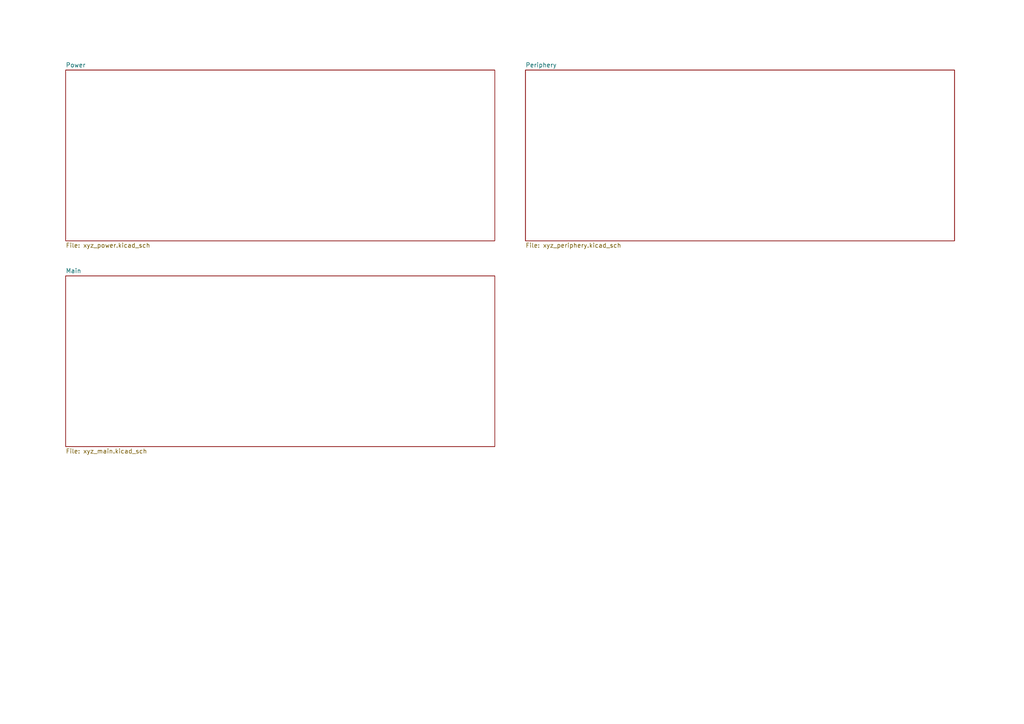
<source format=kicad_sch>
(kicad_sch
	(version 20250114)
	(generator "eeschema")
	(generator_version "9.0")
	(uuid "8bf9291b-8aae-446f-907b-ff8f228d5981")
	(paper "A4")
	(lib_symbols)
	(sheet
		(at 19.05 20.32)
		(size 124.46 49.53)
		(exclude_from_sim no)
		(in_bom yes)
		(on_board yes)
		(dnp no)
		(fields_autoplaced yes)
		(stroke
			(width 0.1524)
			(type solid)
		)
		(fill
			(color 0 0 0 0.0000)
		)
		(uuid "0cfa3cc4-d6b0-44fd-a34a-3c2f7caa53e0")
		(property "Sheetname" "Power"
			(at 19.05 19.6084 0)
			(effects
				(font
					(size 1.27 1.27)
				)
				(justify left bottom)
			)
		)
		(property "Sheetfile" "xyz_power.kicad_sch"
			(at 19.05 70.4346 0)
			(effects
				(font
					(size 1.27 1.27)
				)
				(justify left top)
			)
		)
		(instances
			(project "xyz"
				(path "/8bf9291b-8aae-446f-907b-ff8f228d5981"
					(page "1")
				)
			)
		)
	)
	(sheet
		(at 152.4 20.32)
		(size 124.46 49.53)
		(exclude_from_sim no)
		(in_bom yes)
		(on_board yes)
		(dnp no)
		(fields_autoplaced yes)
		(stroke
			(width 0.1524)
			(type solid)
		)
		(fill
			(color 0 0 0 0.0000)
		)
		(uuid "30269087-00c9-43dc-8d98-e8c531f87ada")
		(property "Sheetname" "Periphery"
			(at 152.4 19.6084 0)
			(effects
				(font
					(size 1.27 1.27)
				)
				(justify left bottom)
			)
		)
		(property "Sheetfile" "xyz_periphery.kicad_sch"
			(at 152.4 70.4346 0)
			(effects
				(font
					(size 1.27 1.27)
				)
				(justify left top)
			)
		)
		(instances
			(project "xyz"
				(path "/8bf9291b-8aae-446f-907b-ff8f228d5981"
					(page "3")
				)
			)
		)
	)
	(sheet
		(at 19.05 80.01)
		(size 124.46 49.53)
		(exclude_from_sim no)
		(in_bom yes)
		(on_board yes)
		(dnp no)
		(fields_autoplaced yes)
		(stroke
			(width 0.1524)
			(type solid)
		)
		(fill
			(color 0 0 0 0.0000)
		)
		(uuid "a86283e6-2fdb-49de-861e-ec841623c129")
		(property "Sheetname" "Main"
			(at 19.05 79.2984 0)
			(effects
				(font
					(size 1.27 1.27)
				)
				(justify left bottom)
			)
		)
		(property "Sheetfile" "xyz_main.kicad_sch"
			(at 19.05 130.1246 0)
			(effects
				(font
					(size 1.27 1.27)
				)
				(justify left top)
			)
		)
		(instances
			(project "xyz"
				(path "/8bf9291b-8aae-446f-907b-ff8f228d5981"
					(page "2")
				)
			)
		)
	)
	(sheet_instances
		(path "/"
			(page "0")
		)
	)
	(embedded_fonts no)
)

</source>
